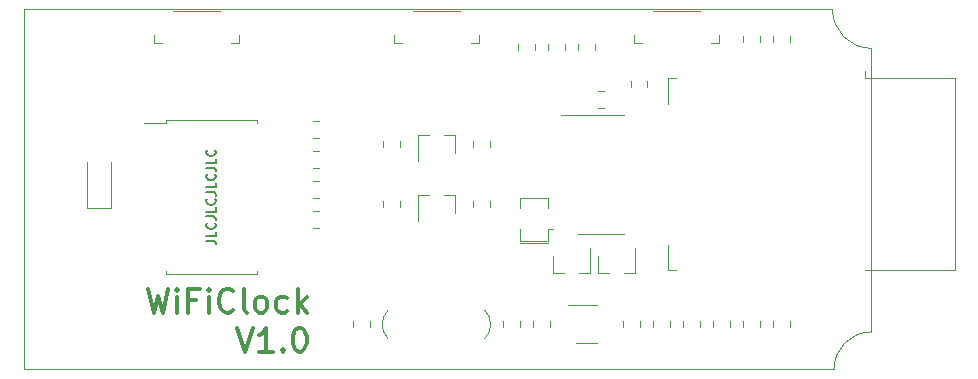
<source format=gbr>
%TF.GenerationSoftware,KiCad,Pcbnew,(5.1.6-0-10_14)*%
%TF.CreationDate,2021-03-31T22:59:44+02:00*%
%TF.ProjectId,wificlock,77696669-636c-46f6-936b-2e6b69636164,rev?*%
%TF.SameCoordinates,Original*%
%TF.FileFunction,Legend,Top*%
%TF.FilePolarity,Positive*%
%FSLAX46Y46*%
G04 Gerber Fmt 4.6, Leading zero omitted, Abs format (unit mm)*
G04 Created by KiCad (PCBNEW (5.1.6-0-10_14)) date 2021-03-31 22:59:44*
%MOMM*%
%LPD*%
G01*
G04 APERTURE LIST*
%ADD10C,0.150000*%
%ADD11C,0.300000*%
%TA.AperFunction,Profile*%
%ADD12C,0.100000*%
%TD*%
%ADD13C,0.100000*%
%ADD14C,0.120000*%
G04 APERTURE END LIST*
D10*
X107511904Y-132600238D02*
X108083333Y-132600238D01*
X108197619Y-132638333D01*
X108273809Y-132714523D01*
X108311904Y-132828809D01*
X108311904Y-132905000D01*
X108311904Y-131838333D02*
X108311904Y-132219285D01*
X107511904Y-132219285D01*
X108235714Y-131114523D02*
X108273809Y-131152619D01*
X108311904Y-131266904D01*
X108311904Y-131343095D01*
X108273809Y-131457380D01*
X108197619Y-131533571D01*
X108121428Y-131571666D01*
X107969047Y-131609761D01*
X107854761Y-131609761D01*
X107702380Y-131571666D01*
X107626190Y-131533571D01*
X107550000Y-131457380D01*
X107511904Y-131343095D01*
X107511904Y-131266904D01*
X107550000Y-131152619D01*
X107588095Y-131114523D01*
X107511904Y-130543095D02*
X108083333Y-130543095D01*
X108197619Y-130581190D01*
X108273809Y-130657380D01*
X108311904Y-130771666D01*
X108311904Y-130847857D01*
X108311904Y-129781190D02*
X108311904Y-130162142D01*
X107511904Y-130162142D01*
X108235714Y-129057380D02*
X108273809Y-129095476D01*
X108311904Y-129209761D01*
X108311904Y-129285952D01*
X108273809Y-129400238D01*
X108197619Y-129476428D01*
X108121428Y-129514523D01*
X107969047Y-129552619D01*
X107854761Y-129552619D01*
X107702380Y-129514523D01*
X107626190Y-129476428D01*
X107550000Y-129400238D01*
X107511904Y-129285952D01*
X107511904Y-129209761D01*
X107550000Y-129095476D01*
X107588095Y-129057380D01*
X107511904Y-128485952D02*
X108083333Y-128485952D01*
X108197619Y-128524047D01*
X108273809Y-128600238D01*
X108311904Y-128714523D01*
X108311904Y-128790714D01*
X108311904Y-127724047D02*
X108311904Y-128105000D01*
X107511904Y-128105000D01*
X108235714Y-127000238D02*
X108273809Y-127038333D01*
X108311904Y-127152619D01*
X108311904Y-127228809D01*
X108273809Y-127343095D01*
X108197619Y-127419285D01*
X108121428Y-127457380D01*
X107969047Y-127495476D01*
X107854761Y-127495476D01*
X107702380Y-127457380D01*
X107626190Y-127419285D01*
X107550000Y-127343095D01*
X107511904Y-127228809D01*
X107511904Y-127152619D01*
X107550000Y-127038333D01*
X107588095Y-127000238D01*
X107511904Y-126428809D02*
X108083333Y-126428809D01*
X108197619Y-126466904D01*
X108273809Y-126543095D01*
X108311904Y-126657380D01*
X108311904Y-126733571D01*
X108311904Y-125666904D02*
X108311904Y-126047857D01*
X107511904Y-126047857D01*
X108235714Y-124943095D02*
X108273809Y-124981190D01*
X108311904Y-125095476D01*
X108311904Y-125171666D01*
X108273809Y-125285952D01*
X108197619Y-125362142D01*
X108121428Y-125400238D01*
X107969047Y-125438333D01*
X107854761Y-125438333D01*
X107702380Y-125400238D01*
X107626190Y-125362142D01*
X107550000Y-125285952D01*
X107511904Y-125171666D01*
X107511904Y-125095476D01*
X107550000Y-124981190D01*
X107588095Y-124943095D01*
D11*
X102581476Y-136700761D02*
X103057666Y-138700761D01*
X103438619Y-137272190D01*
X103819571Y-138700761D01*
X104295761Y-136700761D01*
X105057666Y-138700761D02*
X105057666Y-137367428D01*
X105057666Y-136700761D02*
X104962428Y-136796000D01*
X105057666Y-136891238D01*
X105152904Y-136796000D01*
X105057666Y-136700761D01*
X105057666Y-136891238D01*
X106676714Y-137653142D02*
X106010047Y-137653142D01*
X106010047Y-138700761D02*
X106010047Y-136700761D01*
X106962428Y-136700761D01*
X107724333Y-138700761D02*
X107724333Y-137367428D01*
X107724333Y-136700761D02*
X107629095Y-136796000D01*
X107724333Y-136891238D01*
X107819571Y-136796000D01*
X107724333Y-136700761D01*
X107724333Y-136891238D01*
X109819571Y-138510285D02*
X109724333Y-138605523D01*
X109438619Y-138700761D01*
X109248142Y-138700761D01*
X108962428Y-138605523D01*
X108771952Y-138415047D01*
X108676714Y-138224571D01*
X108581476Y-137843619D01*
X108581476Y-137557904D01*
X108676714Y-137176952D01*
X108771952Y-136986476D01*
X108962428Y-136796000D01*
X109248142Y-136700761D01*
X109438619Y-136700761D01*
X109724333Y-136796000D01*
X109819571Y-136891238D01*
X110962428Y-138700761D02*
X110771952Y-138605523D01*
X110676714Y-138415047D01*
X110676714Y-136700761D01*
X112010047Y-138700761D02*
X111819571Y-138605523D01*
X111724333Y-138510285D01*
X111629095Y-138319809D01*
X111629095Y-137748380D01*
X111724333Y-137557904D01*
X111819571Y-137462666D01*
X112010047Y-137367428D01*
X112295761Y-137367428D01*
X112486238Y-137462666D01*
X112581476Y-137557904D01*
X112676714Y-137748380D01*
X112676714Y-138319809D01*
X112581476Y-138510285D01*
X112486238Y-138605523D01*
X112295761Y-138700761D01*
X112010047Y-138700761D01*
X114391000Y-138605523D02*
X114200523Y-138700761D01*
X113819571Y-138700761D01*
X113629095Y-138605523D01*
X113533857Y-138510285D01*
X113438619Y-138319809D01*
X113438619Y-137748380D01*
X113533857Y-137557904D01*
X113629095Y-137462666D01*
X113819571Y-137367428D01*
X114200523Y-137367428D01*
X114391000Y-137462666D01*
X115248142Y-138700761D02*
X115248142Y-136700761D01*
X115438619Y-137938857D02*
X116010047Y-138700761D01*
X116010047Y-137367428D02*
X115248142Y-138129333D01*
X110105285Y-140000761D02*
X110771952Y-142000761D01*
X111438619Y-140000761D01*
X113152904Y-142000761D02*
X112010047Y-142000761D01*
X112581476Y-142000761D02*
X112581476Y-140000761D01*
X112391000Y-140286476D01*
X112200523Y-140476952D01*
X112010047Y-140572190D01*
X114010047Y-141810285D02*
X114105285Y-141905523D01*
X114010047Y-142000761D01*
X113914809Y-141905523D01*
X114010047Y-141810285D01*
X114010047Y-142000761D01*
X115343380Y-140000761D02*
X115533857Y-140000761D01*
X115724333Y-140096000D01*
X115819571Y-140191238D01*
X115914809Y-140381714D01*
X116010047Y-140762666D01*
X116010047Y-141238857D01*
X115914809Y-141619809D01*
X115819571Y-141810285D01*
X115724333Y-141905523D01*
X115533857Y-142000761D01*
X115343380Y-142000761D01*
X115152904Y-141905523D01*
X115057666Y-141810285D01*
X114962428Y-141619809D01*
X114867190Y-141238857D01*
X114867190Y-140762666D01*
X114962428Y-140381714D01*
X115057666Y-140191238D01*
X115152904Y-140096000D01*
X115343380Y-140000761D01*
D12*
X160655000Y-143510000D02*
G75*
G02*
X163830000Y-140335000I3175000J0D01*
G01*
X163830000Y-116332000D02*
G75*
G02*
X160528000Y-113030000I0J3302000D01*
G01*
X92075000Y-113030000D02*
X160528000Y-113030000D01*
X92075000Y-143510000D02*
X92075000Y-113030000D01*
X160655000Y-143510000D02*
X92075000Y-143510000D01*
X163830000Y-116332000D02*
X163830000Y-140335000D01*
D13*
%TO.C,J1*%
X131100000Y-138500000D02*
G75*
G02*
X131100000Y-140900000I-1210000J-1200000D01*
G01*
X122900000Y-140900000D02*
G75*
G02*
X122900000Y-138500000I1210000J1200000D01*
G01*
D14*
%TO.C,D1*%
X97425000Y-129885000D02*
X99425000Y-129885000D01*
X99425000Y-129885000D02*
X99425000Y-125985000D01*
X97425000Y-129885000D02*
X97425000Y-125985000D01*
%TO.C,U2*%
X170870000Y-118880000D02*
X170870000Y-135120000D01*
X170870000Y-135120000D02*
X163250000Y-135120000D01*
X147250000Y-135120000D02*
X146630000Y-135120000D01*
X146630000Y-135120000D02*
X146630000Y-133000000D01*
X146630000Y-121000000D02*
X146630000Y-118880000D01*
X146630000Y-118880000D02*
X147250000Y-118880000D01*
X163250000Y-118880000D02*
X170870000Y-118880000D01*
X163250000Y-118880000D02*
X163250000Y-118270000D01*
%TO.C,Y1*%
X136455000Y-129010000D02*
X136455000Y-129810000D01*
X134055000Y-129010000D02*
X136055000Y-129010000D01*
X134055000Y-129810000D02*
X134055000Y-129010000D01*
X134055000Y-132610000D02*
X134055000Y-131610000D01*
X136055000Y-132610000D02*
X134055000Y-132610000D01*
X136455000Y-131610000D02*
X136455000Y-132610000D01*
X136455000Y-131610000D02*
X136855000Y-131610000D01*
X134055000Y-132810000D02*
X136055000Y-132810000D01*
X136055000Y-129010000D02*
X136455000Y-129010000D01*
X136055000Y-132610000D02*
X136455000Y-132610000D01*
X136055000Y-132810000D02*
X136455000Y-132810000D01*
%TO.C,U4*%
X107950000Y-135415000D02*
X111810000Y-135415000D01*
X111810000Y-135415000D02*
X111810000Y-135180000D01*
X107950000Y-135415000D02*
X104090000Y-135415000D01*
X104090000Y-135415000D02*
X104090000Y-135180000D01*
X107950000Y-122395000D02*
X111810000Y-122395000D01*
X111810000Y-122395000D02*
X111810000Y-122630000D01*
X107950000Y-122395000D02*
X104090000Y-122395000D01*
X104090000Y-122395000D02*
X104090000Y-122630000D01*
X104090000Y-122630000D02*
X102275000Y-122630000D01*
%TO.C,U3*%
X138800000Y-141310000D02*
X140600000Y-141310000D01*
X140600000Y-138090000D02*
X138150000Y-138090000D01*
%TO.C,U1*%
X140970000Y-132060000D02*
X142920000Y-132060000D01*
X140970000Y-132060000D02*
X139020000Y-132060000D01*
X140970000Y-121940000D02*
X142920000Y-121940000D01*
X140970000Y-121940000D02*
X137520000Y-121940000D01*
D13*
%TO.C,SW3*%
X150920000Y-115900000D02*
X150920000Y-115200000D01*
X150920000Y-115900000D02*
X150220000Y-115900000D01*
X143720000Y-115900000D02*
X144420000Y-115900000D01*
X143720000Y-115900000D02*
X143720000Y-115200000D01*
X145320000Y-113200000D02*
X149320000Y-113200000D01*
%TO.C,SW2*%
X130600000Y-115900000D02*
X130600000Y-115200000D01*
X130600000Y-115900000D02*
X129900000Y-115900000D01*
X123400000Y-115900000D02*
X124100000Y-115900000D01*
X123400000Y-115900000D02*
X123400000Y-115200000D01*
X125000000Y-113200000D02*
X129000000Y-113200000D01*
%TO.C,SW1*%
X110280000Y-115900000D02*
X110280000Y-115200000D01*
X110280000Y-115900000D02*
X109580000Y-115900000D01*
X103080000Y-115900000D02*
X103780000Y-115900000D01*
X103080000Y-115900000D02*
X103080000Y-115200000D01*
X104680000Y-113200000D02*
X108680000Y-113200000D01*
D14*
%TO.C,R16*%
X116581422Y-130100000D02*
X117098578Y-130100000D01*
X116581422Y-131520000D02*
X117098578Y-131520000D01*
%TO.C,R15*%
X116581422Y-127560000D02*
X117098578Y-127560000D01*
X116581422Y-128980000D02*
X117098578Y-128980000D01*
%TO.C,R14*%
X122480000Y-129798578D02*
X122480000Y-129281422D01*
X123900000Y-129798578D02*
X123900000Y-129281422D01*
%TO.C,R13*%
X123900000Y-124201422D02*
X123900000Y-124718578D01*
X122480000Y-124201422D02*
X122480000Y-124718578D01*
%TO.C,R12*%
X131520000Y-129281422D02*
X131520000Y-129798578D01*
X130100000Y-129281422D02*
X130100000Y-129798578D01*
%TO.C,R11*%
X131520000Y-124201422D02*
X131520000Y-124718578D01*
X130100000Y-124201422D02*
X130100000Y-124718578D01*
%TO.C,R10*%
X116581422Y-125020000D02*
X117098578Y-125020000D01*
X116581422Y-126440000D02*
X117098578Y-126440000D01*
%TO.C,R9*%
X146760000Y-139441422D02*
X146760000Y-139958578D01*
X145340000Y-139441422D02*
X145340000Y-139958578D01*
%TO.C,R8*%
X147880000Y-139958578D02*
X147880000Y-139441422D01*
X149300000Y-139958578D02*
X149300000Y-139441422D01*
%TO.C,R7*%
X150420000Y-139958578D02*
X150420000Y-139441422D01*
X151840000Y-139958578D02*
X151840000Y-139441422D01*
%TO.C,R6*%
X154380000Y-115311422D02*
X154380000Y-115828578D01*
X152960000Y-115311422D02*
X152960000Y-115828578D01*
%TO.C,R5*%
X156920000Y-115311422D02*
X156920000Y-115828578D01*
X155500000Y-115311422D02*
X155500000Y-115828578D01*
%TO.C,R4*%
X155500000Y-139958578D02*
X155500000Y-139441422D01*
X156920000Y-139958578D02*
X156920000Y-139441422D01*
%TO.C,R3*%
X134060000Y-139441422D02*
X134060000Y-139958578D01*
X132640000Y-139441422D02*
X132640000Y-139958578D01*
%TO.C,R2*%
X154380000Y-139441422D02*
X154380000Y-139958578D01*
X152960000Y-139441422D02*
X152960000Y-139958578D01*
%TO.C,R1*%
X119940000Y-139958578D02*
X119940000Y-139441422D01*
X121360000Y-139958578D02*
X121360000Y-139441422D01*
%TO.C,Q4*%
X128580000Y-128780000D02*
X127650000Y-128780000D01*
X125420000Y-128780000D02*
X126350000Y-128780000D01*
X125420000Y-128780000D02*
X125420000Y-130940000D01*
X128580000Y-128780000D02*
X128580000Y-130240000D01*
%TO.C,Q3*%
X128580000Y-123700000D02*
X127650000Y-123700000D01*
X125420000Y-123700000D02*
X126350000Y-123700000D01*
X125420000Y-123700000D02*
X125420000Y-125860000D01*
X128580000Y-123700000D02*
X128580000Y-125160000D01*
%TO.C,Q2*%
X140660000Y-135380000D02*
X141590000Y-135380000D01*
X143820000Y-135380000D02*
X142890000Y-135380000D01*
X143820000Y-135380000D02*
X143820000Y-133220000D01*
X140660000Y-135380000D02*
X140660000Y-133920000D01*
%TO.C,Q1*%
X136850000Y-135380000D02*
X137780000Y-135380000D01*
X140010000Y-135380000D02*
X139080000Y-135380000D01*
X140010000Y-135380000D02*
X140010000Y-133220000D01*
X136850000Y-135380000D02*
X136850000Y-133920000D01*
%TO.C,C8*%
X116581422Y-122480000D02*
X117098578Y-122480000D01*
X116581422Y-123900000D02*
X117098578Y-123900000D01*
%TO.C,C7*%
X144220000Y-139441422D02*
X144220000Y-139958578D01*
X142800000Y-139441422D02*
X142800000Y-139958578D01*
%TO.C,C6*%
X135180000Y-139958578D02*
X135180000Y-139441422D01*
X136600000Y-139958578D02*
X136600000Y-139441422D01*
%TO.C,C5*%
X144855000Y-119121422D02*
X144855000Y-119638578D01*
X143435000Y-119121422D02*
X143435000Y-119638578D01*
%TO.C,C4*%
X138990000Y-116463578D02*
X138990000Y-115946422D01*
X140410000Y-116463578D02*
X140410000Y-115946422D01*
%TO.C,C3*%
X136450000Y-116463578D02*
X136450000Y-115946422D01*
X137870000Y-116463578D02*
X137870000Y-115946422D01*
%TO.C,C2*%
X133910000Y-116463578D02*
X133910000Y-115946422D01*
X135330000Y-116463578D02*
X135330000Y-115946422D01*
%TO.C,C1*%
X140711422Y-119940000D02*
X141228578Y-119940000D01*
X140711422Y-121360000D02*
X141228578Y-121360000D01*
%TD*%
M02*

</source>
